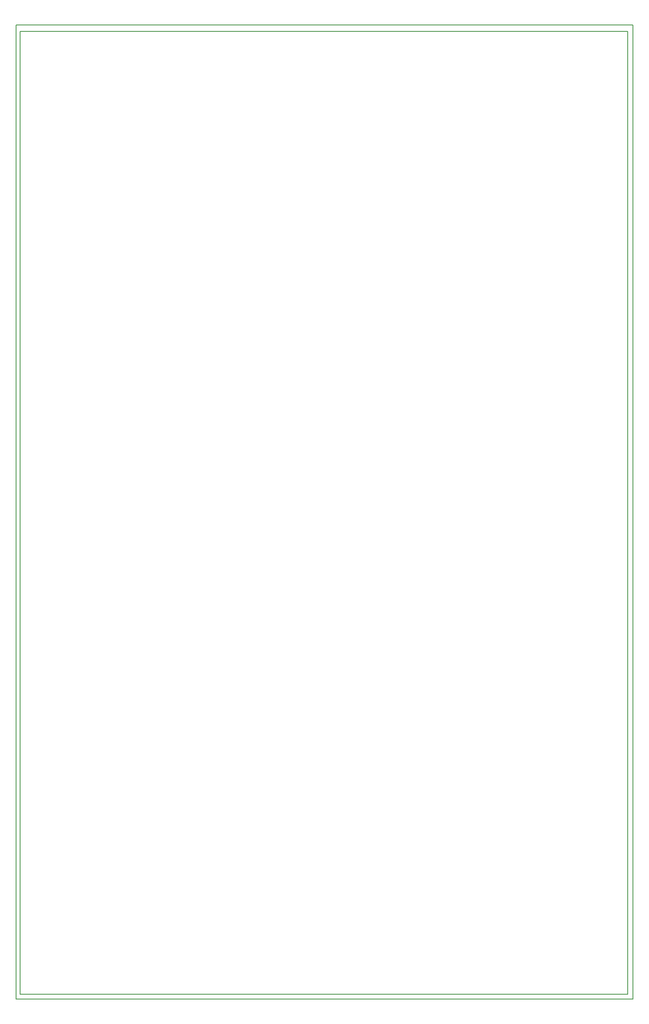
<source format=gbr>
G04 PROTEUS GERBER X2 FILE*
%TF.GenerationSoftware,Labcenter,Proteus,8.11-SP0-Build30052*%
%TF.CreationDate,2022-02-17T19:40:43+00:00*%
%TF.FileFunction,Legend,Bot*%
%TF.FilePolarity,Positive*%
%TF.Part,Single*%
%TF.SameCoordinates,{fa563668-36b4-49a2-8e21-0a91219477cd}*%
%FSLAX45Y45*%
%MOMM*%
G01*
%TA.AperFunction,Profile*%
%ADD20C,0.203200*%
%TA.AperFunction,Material*%
%ADD24C,0.203200*%
%TD.AperFunction*%
D20*
X-11500000Y-9450000D02*
X+1500000Y-9450000D01*
X+1500000Y+11050000D01*
X-11500000Y+11050000D01*
X-11500000Y-9450000D01*
D24*
X-11410000Y-9350000D02*
X+1390000Y-9350000D01*
X+1390000Y+10910000D01*
X-11410000Y+10910000D01*
X-11410000Y-9350000D01*
M02*

</source>
